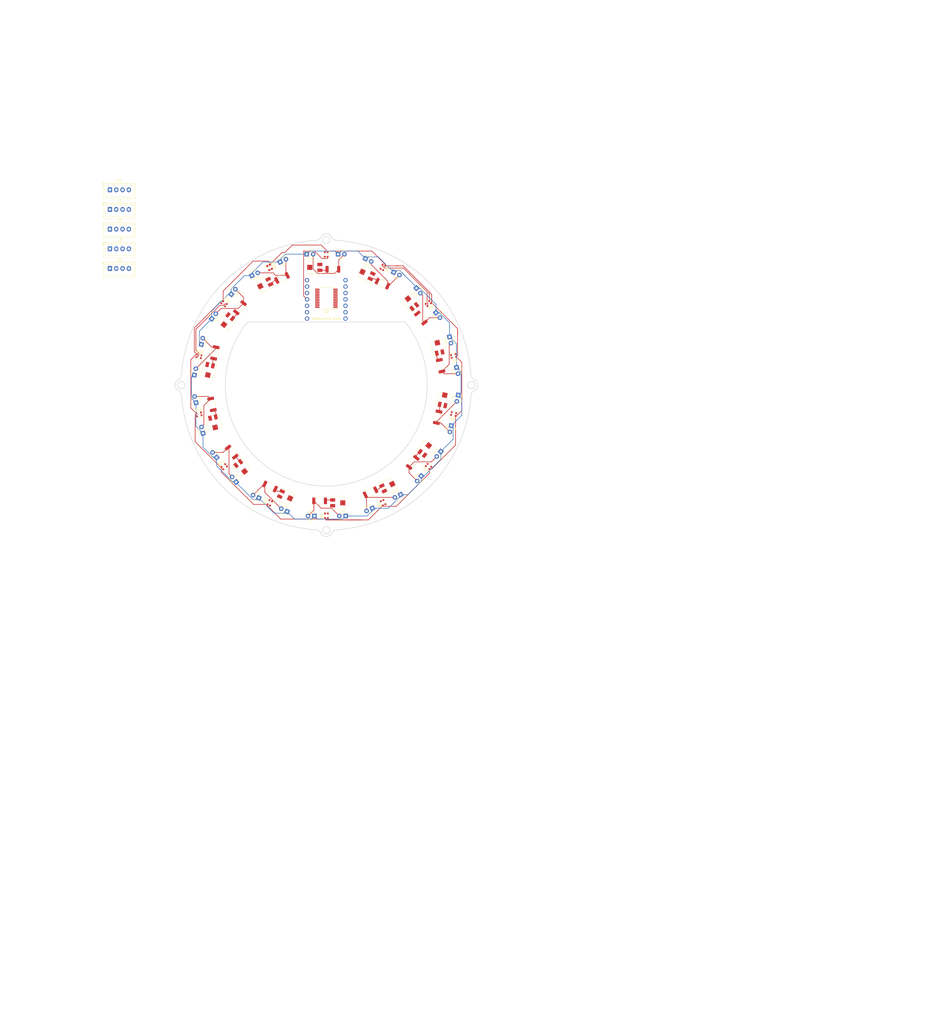
<source format=kicad_pcb>
(kicad_pcb (version 20221018) (generator pcbnew)
  (layers (0 "F.Cu" signal) (31 "B.Cu" signal) (34 "B.Paste" user) (35 "F.Paste" user) (36 "B.SilkS" user "B.Silkscreen") (37 "F.SilkS" user "F.Silkscreen") (38 "B.Mask" user) (39 "F.Mask" user) (44 "Edge.Cuts" user))
  (net 0 "")
  (net 1 "+5V")
  (net 2 "Net-(D1-DOUT)")
  (net 3 "GND")
  (net 4 "Net-(D1-DIN)")
  (net 5 "NEO")
  (net 6 "Net-(D3-DOUT)")
  (net 7 "Net-(D4-DOUT)")
  (net 8 "Net-(D5-DOUT)")
  (net 9 "Net-(D6-DOUT)")
  (net 10 "Net-(D7-DOUT)")
  (net 11 "Net-(D8-DOUT)")
  (net 12 "Net-(D10-DIN)")
  (net 13 "Net-(D10-DOUT)")
  (net 14 "Net-(D11-DOUT)")
  (net 15 "Net-(D12-DOUT)")
  (net 16 "Net-(D13-DOUT)")
  (net 17 "Net-(D14-DOUT)")
  (net 18 "Net-(D15-DOUT)")
  (net 20 "/TX")
  (net 21 "/RX")
  (net 22 "+3.3V")
  (net 23 "/Sensor_Left")
  (net 24 "/Sensor_Right")
  (net 25 "/Sensor_Back")
  (net 26 "/0")
  (net 27 "/1")
  (net 28 "/2")
  (net 29 "/3")
  (net 30 "/4")
  (net 31 "/5")
  (net 32 "/6")
  (net 33 "/7")
  (net 34 "/13")
  (net 35 "/12")
  (net 36 "/11")
  (net 37 "/10")
  (net 38 "/9")
  (net 39 "/8")
  (net 40 "Net-(R1-Pad2)")
  (net 41 "Net-(R2-Pad2)")
  (net 42 "Net-(R3-Pad2)")
  (net 43 "Net-(R4-Pad2)")
  (net 44 "Net-(R5-Pad2)")
  (net 45 "Net-(R6-Pad2)")
  (net 46 "Net-(R7-Pad2)")
  (net 47 "Net-(R8-Pad2)")
  (net 48 "Net-(R11-Pad2)")
  (net 49 "Net-(R12-Pad2)")
  (net 50 "Net-(R13-Pad2)")
  (net 51 "Net-(R14-Pad2)")
  (net 52 "Net-(R15-Pad2)")
  (net 53 "Net-(R16-Pad2)")
  (net 68 "/Data")
  (net 69 "/S0")
  (net 70 "/S1")
  (net 71 "/S2")
  (net 72 "/S3")
  (net 73 "/E")
  (footprint "Resistor_SMD:R_2010_5025Metric" (layer "F.Cu") (at 261.276072 79.21163 128.58)
    (fp_text reference "R12" hide)
    (fp_text value "1K")
  )
  (footprint "LED_THT:LED_D3.0mm_Clear" (layer "F.Cu") (at 205.49361 57.00672 25.71)
    (fp_text reference "Q4" hide)
    (fp_text value "Q_Photo_NPN" hide)
  )
  (footprint "LED_THT:LED_D3.0mm_Clear" (layer "F.Cu") (at 273.320563 121.860315 -102.84)
    (fp_text reference "Q27" hide)
    (fp_text value "Q_Photo_NPN")
  )
  (footprint "Resistor_SMD:R_2010_5025Metric" (layer "F.Cu") (at 258.029024 136.407377 51.45)
    (fp_text reference "R15" hide)
    (fp_text value "1K")
  )
  (footprint "Connector_JST:JST_XH_B4B-XH-A_1x04_P2.50mm_Vertical" (layer "F.Cu") (at 138.05 59.58)
    (fp_text reference "J4")
    (fp_text value "Sensor_Back")
  )
  (footprint "LED_THT:LED_D3.0mm_Clear" (layer "F.Cu") (at 194.298668 62.396888 25.71)
    (fp_text reference "Q3" hide)
    (fp_text value "Q_Photo_NPN" hide)
  )
  (footprint "Connector_JST:JST_XH_B4B-XH-A_1x04_P2.50mm_Vertical" (layer "F.Cu") (at 138.05 51.78)
    (fp_text reference "J3")
    (fp_text value "Sensor_Right")
  )
  (footprint "LED_THT:LED_D3.0mm_Clear" (layer "F.Cu") (at 186.148608 69.769074 51.42)
    (fp_text reference "Q5" hide)
    (fp_text value "Q_Photo_NPN" hide)
  )
  (footprint "Resistor_SMD:R_2010_5025Metric" (layer "F.Cu") (at 179.645677 93.004838 -102.87)
    (fp_text reference "R4" hide)
    (fp_text value "1K")
  )
  (footprint "LED_THT:LED_D3.0mm_Clear" (layer "F.Cu") (at 228.46 53.9)
    (fp_text reference "Q2" hide)
    (fp_text value "Q_Photo_NPN" hide)
  )
  (footprint "Connector_JST:JST_XH_B4B-XH-A_1x04_P2.50mm_Vertical" (layer "F.Cu") (at 138.05 28.38)
    (fp_text reference "D1")
    (fp_text value "WS2812B")
  )
  (footprint "LED_THT:LED_D3.0mm_Clear" (layer "F.Cu") (at 180.301237 134.443267 128.55)
    (fp_text reference "Q12" hide)
    (fp_text value "Q_Photo_NPN")
  )
  (footprint "LED_SMD:LED_WS2812B-2020_PLCC4_2.0x2.0mm" (layer "F.Cu") (at 173.301374 94.329184 -12.81)
    (fp_text reference "D13")
    (fp_text value "WS2812B")
  )
  (footprint "Potentiometer_SMD:Potentiometer_Vishay_TS53YJ_Vertical" (layer "F.Cu") (at 257.407541 73.119363 -51.42)
    (fp_text reference "RV12" hide)
    (fp_text value "R_Potentiometer_Trim_US")
  )
  (footprint "Connector_JST:JST_XH_B4B-XH-A_1x04_P2.50mm_Vertical" (layer "F.Cu") (at 138.05 36.18)
    (fp_text reference "J1")
    (fp_text value "Serial")
  )
  (footprint "Connector_JST:JST_XH_B4B-XH-A_1x04_P2.50mm_Vertical" (layer "F.Cu") (at 138.05 43.98)
    (fp_text reference "J2")
    (fp_text value "Sensor_Left")
  )
  (footprint "Resistor_SMD:R_2010_5025Metric" (layer "F.Cu") (at 221.143368 151.645024 -0.03)
    (fp_text reference "R8" hide)
    (fp_text value "1K")
  )
  (footprint "LED_THT:LED_D3.0mm_Clear" (layer "F.Cu") (at 208.235604 155.864398 154.26)
    (fp_text reference "Q13" hide)
    (fp_text value "Q_Photo_NPN")
  )
  (footprint "LED_SMD:LED_WS2812B-2020_PLCC4_2.0x2.0mm" (layer "F.Cu") (at 246.294181 152.385515 115.74)
    (fp_text reference "D8")
    (fp_text value "WS2812B")
  )
  (footprint "LED_SMD:LED_WS2812B-2020_PLCC4_2.0x2.0mm" (layer "F.Cu") (at 274.238991 94.210634 -167.13)
    (fp_text reference "D5")
    (fp_text value "WS2812B")
  )
  (footprint "LED_SMD:LED_WS2812B-2020_PLCC4_2.0x2.0mm" (layer "F.Cu") (at 201.382758 152.438263 64.32)
    (fp_text reference "D10")
    (fp_text value "WS2812B")
  )
  (footprint "LED_SMD:LED_WS2812B-2020_PLCC4_2.0x2.0mm" (layer "F.Cu") (at 223.75 54.01 -90)
    (fp_text reference "D2" hide)
    (fp_text value "WS2812B")
  )
  (footprint "LED_THT:LED_D3.0mm_Clear" (layer "F.Cu") (at 216.035 53.9)
    (fp_text reference "Q1" hide)
    (fp_text value "Q_Photo_NPN")
  )
  (footprint "LED_SMD:LED_WS2812B-2020_PLCC4_2.0x2.0mm" (layer "F.Cu") (at 274.260013 117.243646 167.16)
    (fp_text reference "D6")
    (fp_text value "WS2812B")
  )
  (footprint "LED_THT:LED_D3.0mm_Clear" (layer "F.Cu") (at 171.487712 101.773009 77.13)
    (fp_text reference "Q8" hide)
    (fp_text value "Q_Photo_NPN")
  )
  (footprint "LED_SMD:LED_WS2812B-2020_PLCC4_2.0x2.0mm" (layer "F.Cu") (at 223.844488 157.536375 90.03)
    (fp_text reference "D9")
    (fp_text value "WS2812B")
  )
  (footprint "LED_SMD:LED_WS2812B-2020_PLCC4_2.0x2.0mm" (layer "F.Cu") (at 183.297411 73.519658 -38.58)
    (fp_text reference "D14")
    (fp_text value "WS2812B")
  )
  (footprint "LED_SMD:LED_WS2812B-2020_PLCC4_2.0x2.0mm" (layer "F.Cu") (at 264.227953 73.46698 -141.42)
    (fp_text reference "D4")
    (fp_text value "WS2812B" hide)
  )
  (footprint "Resistor_SMD:R_2010_5025Metric" (layer "F.Cu") (at 178.476158 113.416682 -77.16)
    (fp_text reference "R5" hide)
    (fp_text value "1K")
  )
  (footprint "LED_THT:LED_D3.0mm_Clear" (layer "F.Cu") (at 272.62779 86.664949 -77.13)
    (fp_text reference "Q26" hide)
    (fp_text value "Q_Photo_NPN")
  )
  (footprint "Resistor_SMD:R_2010_5025Metric" (layer "F.Cu") (at 189.554407 75.121096 -128.58)
    (fp_text reference "R3" hide)
    (fp_text value "1K")
  )
  (footprint "LED_THT:LED_D3.0mm_Clear" (layer "F.Cu") (at 231.505225 157.650451 179.97)
    (fp_text reference "Q15" hide)
    (fp_text value "Q_Photo_NPN" hide)
  )
  (footprint "Potentiometer_SMD:Potentiometer_Vishay_TS53YJ_Vertical" (layer "F.Cu") (at 228.31796 152.423781 179.97)
    (fp_text reference "RV8" hide)
    (fp_text value "R_Potentiometer_Trim_US" hide)
  )
  (footprint "Potentiometer_SMD:Potentiometer_Vishay_TS53YJ_Vertical" (layer "F.Cu") (at 263.106565 131.279043 -128.55)
    (fp_text reference "RV15" hide)
    (fp_text value "R_Potentiometer_Trim_US")
  )
  (footprint "Potentiometer_SMD:Potentiometer_Vishay_TS53YJ_Vertical" (layer "F.Cu") (at 248.106858 145.838396 -154.32)
    (fp_text reference "RV16" hide)
    (fp_text value "R_Potentiometer_Trim_US")
  )
  (footprint "Resistor_SMD:R_2010_5025Metric" (layer "F.Cu") (at 241.304704 148.24919 25.68)
    (fp_text reference "R16" hide)
    (fp_text value "1K")
  )
  (footprint "LED_THT:LED_D3.0mm_Clear" (layer "F.Cu") (at 188.044464 144.16042 128.55)
    (fp_text reference "Q11" hide)
    (fp_text value "Q_Photo_NPN")
  )
  (footprint "Resistor_SMD:R_2010_5025Metric" (layer "F.Cu") (at 186.277412 132.315137 -51.45)
    (fp_text reference "R6" hide)
    (fp_text value "1K")
  )
  (footprint "Resistor_SMD:R_2010_5025Metric" (layer "F.Cu") (at 201.50481 145.958358 -25.74)
    (fp_text reference "R7" hide)
    (fp_text value "1K")
  )
  (footprint "Potentiometer_SMD:Potentiometer_Vishay_TS53YJ_Vertical" (layer "F.Cu") (at 177.29199 99.826963 77.13)
    (fp_text reference "RV4" hide)
    (fp_text value "R_Potentiometer_Trim_US")
  )
  (footprint "Resistor_SMD:R_2010_5025Metric" (layer "F.Cu") (at 267.928388 118.51845 77.16)
    (fp_text reference "R14" hide)
    (fp_text value "1K")
  )
  (footprint "LED_SMD:LED_WS2812B-2020_PLCC4_2.0x2.0mm" (layer "F.Cu") (at 246.209058 59.119872 -115.71)
    (fp_text reference "D3")
    (fp_text value "WS2812B")
  )
  (footprint "LED_THT:LED_D3.0mm_Clear" (layer "F.Cu") (at 174.255253 89.66015 77.13)
    (fp_text reference "Q7" hide)
    (fp_text value "Q_Photo_NPN" hide)
  )
  (footprint "Seeeduino_Xiao:seeeduinoXIAO" (layer "F.Cu") (at 223.78 71.82)
    (fp_text reference "U1" hide)
    (fp_text value "Seeeduino_Xiao")
  )
  (footprint "LED_THT:LED_D3.0mm_Clear" (layer "F.Cu") (at 250.500494 61.064037 -25.71)
    (fp_text reference "Q21" hide)
    (fp_text value "Q_Photo_NPN")
  )
  (footprint "Potentiometer_SMD:Potentiometer_Vishay_TS53YJ_Vertical" (layer "F.Cu") (at 268.244593 90.938625 -77.13)
    (fp_text reference "RV13" hide)
    (fp_text value "R_Potentiometer_Trim_US")
  )
  (footprint "LED_THT:LED_D3.0mm_Clear" (layer "F.Cu") (at 267.251132 77.08037 -51.42)
    (fp_text reference "Q23" hide)
    (fp_text value "Q_Photo_NPN")
  )
  (footprint "LED_THT:LED_D3.0mm_Clear" (layer "F.Cu") (at 269.153321 132.087988 -128.61)
    (fp_text reference "Q29" hide)
    (fp_text value "Q_Photo_NPN")
  )
  (footprint "Potentiometer_SMD:Potentiometer_Vishay_TS53YJ_Vertical" (layer "F.Cu") (at 219.225 59.125)
    (fp_text reference "RV1" hide)
    (fp_text value "R_Potentiometer_Trim_US")
  )
  (footprint "LED_THT:LED_D3.0mm_Clear" (layer "F.Cu") (at 259.502817 67.367273 -51.42)
    (fp_text reference "Q24" hide)
    (fp_text value "Q_Photo_NPN")
  )
  (footprint "Resistor_SMD:R_2010_5025Metric" (layer "F.Cu") (at 246.041533 65.576383 154.29)
    (fp_text reference "R11" hide)
    (fp_text value "1K")
  )
  (footprint "LED_THT:LED_D3.0mm_Clear" (layer "F.Cu") (at 253.246003 149.164945 -154.32)
    (fp_text reference "Q32" hide)
    (fp_text value "Q_Photo_NPN")
  )
  (footprint "LED_THT:LED_D3.0mm_Clear" (layer "F.Cu") (at 276.08176 109.746008 -102.84)
    (fp_text reference "Q28" hide)
    (fp_text value "Q_Photo_NPN")
  )
  (footprint "LED_THT:LED_D3.0mm_Clear" (layer "F.Cu") (at 275.395332 98.777808 -77.13)
    (fp_text reference "Q25" hide)
    (fp_text value "Q_Photo_NPN")
  )
  (footprint "LED_THT:LED_D3.0mm_Clear" (layer "F.Cu") (at 174.929597 124.855874 102.84)
    (fp_text reference "Q10" hide)
    (fp_text value "Q_Photo_NPN")
  )
  (footprint "LED_SMD:LED_WS2812B-2020_PLCC4_2.0x2.0mm" (layer "F.Cu") (at 201.297613 59.149105 -64.29)
    (fp_text reference "D15")
    (fp_text value "WS2812B")
  )
  (footprint "LED_SMD:LED_WS2812B-2020_PLCC4_2.0x2.0mm" (layer "F.Cu") (at 264.286857 138.00554 141.45)
    (fp_text reference "D7")
    (fp_text value "WS2812B")
  )
  (footprint "LED_SMD:LED_WS2812B-2020_PLCC4_2.0x2.0mm" (layer "F.Cu") (at 201.297613 59.149105 -64.29)
    (fp_text reference "D16")
    (fp_text value "WS2812B")
  )
  (footprint "Package_SO:SSOP-24_5.3x8.2mm_P0.65mm" (layer "F.Cu") (at 223.825 71.375 180)
    (fp_text reference "U2")
    (fp_text value "CD74HC4067SM")
  )
  (footprint "Resistor_SMD:R_2010_5025Metric" (layer "F.Cu") (at 226.4 59.9 180)
    (fp_text reference "R1" hide)
    (fp_text value "1K")
  )
  (footprint "LED_SMD:LED_WS2812B-2020_PLCC4_2.0x2.0mm" (layer "F.Cu") (at 173.334456 117.362182 12.9)
    (fp_text reference "D12")
    (fp_text value "WS2812B")
  )
  (footprint "LED_THT:LED_D3.0mm_Clear" (layer "F.Cu") (at 219.080226 157.643944 179.97)
    (fp_text reference "Q16" hide)
    (fp_text value "Q_Photo_NPN")
  )
  (footprint "Resistor_SMD:R_2010_5025Metric" (layer "F.Cu") (at 206.240445 63.30639 -154.29)
    (fp_text reference "R2" hide)
    (fp_text value "1K")
  )
  (footprint "LED_THT:LED_D3.0mm_Clear" (layer "F.Cu") (at 178.400293 79.482171 51.42)
    (fp_text reference "Q6" hide)
    (fp_text value "Q_Photo_NPN" hide)
  )
  (footprint "Potentiometer_SMD:Potentiometer_Vishay_TS53YJ_Vertical" (layer "F.Cu") (at 270.278504 111.695094 -102.84)
    (fp_text reference "RV14" hide)
    (fp_text value "R_Potentiometer_Trim_US")
  )
  (footprint "LED_THT:LED_D3.0mm_Clear" (layer "F.Cu") (at 197.043486 150.468368 154.26)
    (fp_text reference "Q14" hide)
    (fp_text value "Q_Photo_NPN")
  )
  (footprint "LED_THT:LED_D3.0mm_Clear" (layer "F.Cu") (at 239.305552 55.673869 -25.71)
    (fp_text reference "Q22" hide)
    (fp_text value "Q_Photo_NPN")
  )
  (footprint "Potentiometer_SMD:Potentiometer_Vishay_TS53YJ_Vertical" (layer "F.Cu") (at 239.913056 61.765475 -25.71)
    (fp_text reference "RV11" hide)
    (fp_text value "R_Potentiometer_Trim_US")
  )
  (footprint "Potentiometer_SMD:Potentiometer_Vishay_TS53YJ_Vertical" (layer "F.Cu") (at 179.315032 120.584493 102.84)
    (fp_text reference "RV5" hide)
    (fp_text value "R_Potentiometer_Trim_US")
  )
  (footprint "LED_THT:LED_D3.0mm_Clear" (layer "F.Cu") (at 261.399922 141.797026 -128.61)
    (fp_text reference "Q30" hide)
    (fp_text value "Q_Photo_NPN" hide)
  )
  (footprint "LED_THT:LED_D3.0mm_Clear" (layer "F.Cu") (at 242.04824 154.54925 -154.32)
    (fp_text reference "Q31" hide)
    (fp_text value "Q_Photo_NPN" hide)
  )
  (footprint "Potentiometer_SMD:Potentiometer_Vishay_TS53YJ_Vertical" (layer "F.Cu") (at 199.439553 65.720746 25.71)
    (fp_text reference "RV2" hide)
    (fp_text value "R_Potentiometer_Trim_US")
  )
  (footprint "Potentiometer_SMD:Potentiometer_Vishay_TS53YJ_Vertical" (layer "F.Cu") (at 184.474182 80.246772 51.42)
    (fp_text reference "RV3" hide)
    (fp_text value "R_Potentiometer_Trim_US")
  )
  (footprint "Potentiometer_SMD:Potentiometer_Vishay_TS53YJ_Vertical" (layer "F.Cu") (at 207.631289 149.772474 154.26)
    (fp_text reference "RV7" hide)
    (fp_text value "R_Potentiometer_Trim_US")
  )
  (footprint "LED_SMD:LED_WS2812B-2020_PLCC4_2.0x2.0mm" (layer "F.Cu") (at 183.356354 138.100592 38.61)
    (fp_text reference "D11")
    (fp_text value "WS2812B")
  )
  (footprint "Potentiometer_SMD:Potentiometer_Vishay_TS53YJ_Vertical" (layer "F.Cu") (at 190.142752 138.409427 128.55)
    (fp_text reference "RV6" hide)
    (fp_text value "R_Potentiometer_Trim_US")
  )
  (footprint "LED_THT:LED_D3.0mm_Clear" (layer "F.Cu") (at 172.168399 112.741568 102.84)
    (fp_text reference "Q9" hide)
    (fp_text value "Q_Photo_NPN")
  )
  (footprint "Resistor_SMD:R_2010_5025Metric" (layer "F.Cu") (at 269.087219 98.105997 102.87)
    (fp_text reference "R13" hide)
    (fp_text value "1K")
  )
  (gr_arc (start 227.744138 48.409754) (mid 226.741134 48.057267) (end 226.06047 47.240591) (stroke (width 0.2)) (layer "Edge.Cuts"))
  (gr_circle (center 281.283694 105.7732) (end 282.733694 105.7732) (stroke (width 0.2)) (fill none) (layer "Edge.Cuts"))
  (gr_arc (start 282.316302 103.496423) (mid 281.499627 102.815758) (end 281.147139 101.812755) (stroke (width 0.2)) (layer "Edge.Cuts"))
  (gr_arc (start 282.316302 103.496423) (mid 283.783692 105.7732) (end 282.316302 108.049977) (stroke (width 0.2)) (layer "Edge.Cuts"))
  (gr_circle (center 166.283692 105.7732) (end 167.733692 105.7732) (stroke (width 0.2)) (fill none) (layer "Edge.Cuts"))
  (gr_arc (start 166.420247 101.812753) (mid 166.06776 102.815757) (end 165.251083 103.496421) (stroke (width 0.2)) (layer "Edge.Cuts"))
  (gr_arc (start 219.823246 163.136646) (mid 183.125053 146.43184) (end 166.420247 109.733647) (stroke (width 0.2)) (layer "Edge.Cuts"))
  (gr_arc (start 219.823246 163.136646) (mid 220.82625 163.489133) (end 221.506914 164.30581) (stroke (width 0.2)) (layer "Edge.Cuts"))
  (gr_arc (start 226.060472 164.30581) (mid 223.783693 165.773202) (end 221.506914 164.30581) (stroke (width 0.2)) (layer "Edge.Cuts"))
  (gr_arc (start 227.744138 48.409754) (mid 264.442333 65.11456) (end 281.147139 101.812755) (stroke (width 0.2)) (layer "Edge.Cuts"))
  (gr_arc (start 281.147139 109.733645) (mid 264.442334 146.43184) (end 227.74414 163.136646) (stroke (width 0.2)) (layer "Edge.Cuts"))
  (gr_arc (start 165.251083 108.049979) (mid 163.783691 105.7732) (end 165.251083 103.496421) (stroke (width 0.2)) (layer "Edge.Cuts"))
  (gr_arc (start 221.506916 47.240591) (mid 223.783693 45.7732) (end 226.06047 47.240591) (stroke (width 0.2)) (layer "Edge.Cuts"))
  (gr_line (start 192.558702 80.7732) (end 255.008684 80.7732) (stroke (width 0.2)) (layer "Edge.Cuts"))
  (gr_arc (start 165.251083 108.049979) (mid 166.06776 108.730643) (end 166.420247 109.733647) (stroke (width 0.2)) (layer "Edge.Cuts"))
  (gr_arc (start 255.008684 80.7732) (mid 223.783693 145.773201) (end 192.558702 80.7732) (stroke (width 0.2)) (layer "Edge.Cuts"))
  (gr_circle (center 223.783693 48.273199) (end 225.233693 48.273199) (stroke (width 0.2)) (fill none) (layer "Edge.Cuts"))
  (gr_arc (start 281.147139 109.733645) (mid 281.499626 108.730641) (end 282.316302 108.049977) (stroke (width 0.2)) (layer "Edge.Cuts"))
  (gr_arc (start 166.420247 101.812753) (mid 183.125053 65.114559) (end 219.823248 48.409754) (stroke (width 0.2)) (layer "Edge.Cuts"))
  (gr_arc (start 226.060472 164.30581) (mid 226.741137 163.489136) (end 227.74414 163.136646) (stroke (width 0.2)) (layer "Edge.Cuts"))
  (gr_circle (center 223.783693 163.273201) (end 225.233693 163.273201) (stroke (width 0.2)) (fill none) (layer "Edge.Cuts"))
  (gr_arc (start 221.506916 47.240591) (mid 220.826252 48.057267) (end 219.823248 48.409754) (stroke (width 0.2)) (layer "Edge.Cuts"))
  (segment (start 246.529504 153.781957) (end 246.196129 153.448582) (width 0.25) (layer "F.Cu") (net 1))
  (segment (start 200.825 56.65) (end 194.775 56.65) (width 0.25) (layer "F.Cu") (net 1))
  (segment (start 275.785395 83.735395) (end 275.785395 85.95) (width 0.25) (layer "F.Cu") (net 1))
  (segment (start 172.319762 117.030337) (end 170.084856 114.795431) (width 0.25) (layer "F.Cu") (net 1))
  (segment (start 170.084856 114.795431) (end 170.084856 95.72277) (width 0.25) (layer "F.Cu") (net 1))
  (segment (start 251.5 58.534055) (end 252.536347 58.534055) (width 0.25) (layer "F.Cu") (net 1))
  (segment (start 182.298154 138.24179) (end 182.163709 138.376235) (width 0.25) (layer "F.Cu") (net 1))
  (segment (start 277.484261 115.887855) (end 275.388883 117.983233) (width 0.25) (layer "F.Cu") (net 1))
  (segment (start 224.3 53.095) (end 224.72 52.675) (width 0.25) (layer "F.Cu") (net 1))
  (segment (start 251.5 58.534055) (end 254.259055 58.534055) (width 0.25) (layer "F.Cu") (net 1))
  (segment (start 201.396222 57.221222) (end 200.825 56.65) (width 0.25) (layer "F.Cu") (net 1))
  (segment (start 182.298154 138.24179) (end 181.850246 138.24179) (width 0.25) (layer "F.Cu") (net 1))
  (segment (start 182.163709 138.376235) (end 182.163709 140.238709) (width 0.25) (layer "F.Cu") (net 1))
  (segment (start 265.733947 73.326336) (end 275.785395 83.377784) (width 0.25) (layer "F.Cu") (net 1))
  (segment (start 240.473468 159.171244) (end 223.664548 159.171244) (width 0.25) (layer "F.Cu") (net 1))
  (segment (start 224.3 52.845) (end 221.747978 50.292978) (width 0.25) (layer "F.Cu") (net 1))
  (segment (start 223.344992 158.846637) (end 223.344992 158.496637) (width 0.25) (layer "F.Cu") (net 1))
  (segment (start 275.785395 93.425) (end 275.785395 93.98509) (width 0.25) (layer "F.Cu") (net 1))
  (segment (start 265.535276 69.810276) (end 265.535276 73.077287) (width 0.25) (layer "F.Cu") (net 1))
  (segment (start 237.6 159.171244) (end 223.669599 159.171244) (width 0.25) (layer "F.Cu") (net 1))
  (segment (start 277.484261 114.825) (end 277.484261 115.887855) (width 0.25) (layer "F.Cu") (net 1))
  (segment (start 277.484261 96.773759) (end 277.484261 100.625) (width 0.25) (layer "F.Cu") (net 1))
  (segment (start 221.747978 50.292978) (end 210.282022 50.292978) (width 0.25) (layer "F.Cu") (net 1))
  (segment (start 247.076022 57.895403) (end 247.076022 58.025) (width 0.25) (layer "F.Cu") (net 1))
  (segment (start 171.5 83.111314) (end 182.092213 72.519102) (width 0.25) (layer "F.Cu") (net 1))
  (segment (start 207.246344 53.328656) (end 206.153656 53.328656) (width 0.25) (layer "F.Cu") (net 1))
  (segment (start 246.575267 153.781957) (end 246.260712 153.467402) (width 0.25) (layer "F.Cu") (net 1))
  (segment (start 182.163709 138.439425) (end 182.294192 138.308942) (width 0.25) (layer "F.Cu") (net 1))
  (segment (start 275.029907 117.983233) (end 275.029907 129.523287) (width 0.25) (layer "F.Cu") (net 1))
  (segment (start 172.217625 93.590001) (end 172.531093 93.590001) (width 0.25) (layer "F.Cu") (net 1))
  (segment (start 206.153656 53.328656) (end 201.396222 58.08609) (width 0.25) (layer "F.Cu") (net 1))
  (segment (start 265.914097 138.639097) (end 265.547293 139.005901) (width 0.25) (layer "F.Cu") (net 1))
  (segment (start 200.490572 153.600355) (end 200.490572 153.024547) (width 0.25) (layer "F.Cu") (net 1))
  (segment (start 265.539273 73.010137) (end 265.290224 73.259186) (width 0.25) (layer "F.Cu") (net 1))
  (segment (start 223.294967 158.801663) (end 223.294967 158.451663) (width 0.25) (layer "F.Cu") (net 1))
  (segment (start 181.850246 138.24179) (end 171.821033 128.212577) (width 0.25) (layer "F.Cu") (net 1))
  (segment (start 265.535276 73.077287) (end 265.535276 71.532984) (width 0.25) (layer "F.Cu") (net 1))
  (segment (start 265.290224 73.259186) (end 265.309186 73.259186) (width 0.25) (layer "F.Cu") (net 1))
  (segment (start 247.101551 58.534055) (end 247.101551 57.920931) (width 0.25) (layer "F.Cu") (net 1))
  (segment (start 265.914097 138.639097) (end 265.547292 139.005901) (width 0.25) (layer "F.Cu") (net 1))
  (segment (start 247.101551 58.534055) (end 247.101551 58.050529) (width 0.25) (layer "F.Cu") (net 1))
  (segment (start 275.253511 94.54301) (end 277.484261 96.773759) (width 0.25) (layer "F.Cu") (net 1))
  (segment (start 224.3 53.095) (end 224.3 52.845) (width 0.25) (layer "F.Cu") (net 1))
  (segment (start 265.286227 73.326336) (end 265.733947 73.326336) (width 0.25) (layer "F.Cu") (net 1))
  (segment (start 275.785395 83.377784) (end 275.785395 85.95) (width 0.25) (layer "F.Cu") (net 1))
  (segment (start 223.669599 159.171244) (end 223.344992 158.846637) (width 0.25) (layer "F.Cu") (net 1))
  (segment (start 265.535276 73.077287) (end 265.286227 73.326336) (width 0.25) (layer "F.Cu") (net 1))
  (segment (start 247.101551 58.534055) (end 251.5 58.534055) (width 0.25) (layer "F.Cu") (net 1))
  (segment (start 172.531093 93.590001) (end 171.5 92.558908) (width 0.25) (layer "F.Cu") (net 1))
  (segment (start 241.855619 52.675) (end 246.61531 57.43469) (width 0.25) (layer "F.Cu") (net 1))
  (segment (start 222.877215 158.869415) (end 205.759632 158.869415) (width 0.25) (layer "F.Cu") (net 1))
  (segment (start 182.092213 72.519102) (end 182.925104 72.519102) (width 0.25) (layer "F.Cu") (net 1))
  (segment (start 247.101551 58.050529) (end 247.076022 58.025) (width 0.25) (layer "F.Cu") (net 1))
  (segment (start 223.294967 158.451663) (end 222.877215 158.869415) (width 0.25) (layer "F.Cu") (net 1))
  (segment (start 246.196129 153.448582) (end 240.473468 159.171244) (width 0.25) (layer "F.Cu") (net 1))
  (segment (start 247.076022 58.025) (end 247.076022 58.471819) (width 0.25) (layer "F.Cu") (net 1))
  (segment (start 171.821033 117.529066) (end 172.319762 117.030337) (width 0.25) (layer "F.Cu") (net 1))
  (segment (start 171.821033 128.212577) (end 171.821033 117.529066) (width 0.25) (layer "F.Cu") (net 1))
  (segment (start 205.759632 158.869415) (end 200.490572 153.600355) (width 0.25) (layer "F.Cu") (net 1))
  (segment (start 277.484261 100.625) (end 277.484261 114.825) (width 0.25) (layer "F.Cu") (net 1))
  (segment (start 170.084856 95.72277) (end 172.217625 93.590001) (width 0.25) (layer "F.Cu") (net 1))
  (segment (start 171.5 92.558908) (end 171.5 83.111314) (width 0.25) (layer "F.Cu") (net 1))
  (segment (start 210.282022 50.292978) (end 207.246344 53.328656) (width 0.25) (layer "F.Cu") (net 1))
  (segment (start 275.388883 117.983233) (end 275.029907 117.983233) (width 0.25) (layer "F.Cu") (net 1))
  (segment (start 246.61531 57.43469) (end 247.076022 57.895403) (width 0.25) (layer "F.Cu") (net 1))
  (segment (start 223.664548 159.171244) (end 223.294967 158.801663) (width 0.25) (layer "F.Cu") (net 1))
  (segment (start 275.029907 129.523287) (end 274.551597 130.001597) (width 0.25) (layer "F.Cu") (net 1))
  (segment (start 194.949547 153.024547) (end 200.490572 153.024547) (width 0.25) (layer "F.Cu") (net 1))
  (segment (start 254.259055 58.534055) (end 256.65 60.925) (width 0.25) (layer "F.Cu") (net 1))
  (segment (start 194.775 56.65) (end 182.925104 68.499896) (width 0.25) (layer "F.Cu") (net 1))
  (segment (start 264.659688 139.005901) (end 264.659688 140.669456) (width 0.25) (layer "F.Cu") (net 1))
  (segment (start 201.396222 58.08609) (end 201.396222 57.221222) (width 0.25) (layer "F.Cu") (net 1))
  (segment (start 223.344992 158.496637) (end 222.972214 158.869415) (width 0.25) (layer "F.Cu") (net 1))
  (segment (start 265.539273 71.536981) (end 265.539273 73.010137) (width 0.25) (layer "F.Cu") (net 1))
  (segment (start 264.659688 140.669456) (end 251.547187 153.781957) (width 0.25) (layer "F.Cu") (net 1))
  (segment (start 275.785395 93.98509) (end 275.286243 94.484242) (width 0.25) (layer "F.Cu") (net 1))
  (segment (start 182.925104 68.499896) (end 182.925104 72.519102) (width 0.25) (layer "F.Cu") (net 1))
  (segment (start 274.551597 130.001597) (end 265.914097 138.639097) (width 0.25) (layer "F.Cu") (net 1))
  (segment (start 275.785395 94.011126) (end 275.785395 93.425) (width 0.25) (layer "F.Cu") (net 1))
  (segment (start 247.101551 57.920931) (end 246.61531 57.43469) (width 0.25) (layer "F.Cu") (net 1))
  (segment (start 256.65 60.925) (end 265.535276 69.810276) (width 0.25) (layer "F.Cu") (net 1))
  (segment (start 224.72 52.675) (end 241.855619 52.675) (width 0.25) (layer "F.Cu") (net 1))
  (segment (start 265.547292 139.005901) (end 264.659688 139.005901) (width 0.25) (layer "F.Cu") (net 1))
  (segment (start 251.547187 153.781957) (end 246.529504 153.781957) (width 0.25) (layer "F.Cu") (net 1))
  (segment (start 275.785395 85.95) (end 275.785395 93.425) (width 0.25) (layer "F.Cu") (net 1))
  (segment (start 182.163709 140.238709) (end 194.949547 153.024547) (width 0.25) (layer "F.Cu") (net 1))
  (segment (start 275.253511 94.54301) (end 275.785395 94.011126) (width 0.25) (layer "F.Cu") (net 1))
  (segment (start 214.81 52.675) (end 214.81 70.47) (width 0.25) (layer "F.Cu") (net 5))
  (segment (start 219.1 52.675) (end 214.81 52.675) (width 0.25) (layer "F.Cu") (net 5))
  (segment (start 214.81 70.47) (end 216.16 71.82) (width 0.25) (layer "F.Cu") (net 5))
  (segment (start 224.3 55.525) (end 224.225 55.6) (width 0.25) (layer "F.Cu") (net 5))
  (segment (start 224.225 55.6) (end 222.025 55.6) (width 0.25) (layer "F.Cu") (net 5))
  (segment (start 222.025 55.6) (end 219.1 52.675) (width 0.25) (layer "F.Cu") (net 5))
  (segment (start 224.3 54.925) (end 224.3 55.525) (width 0.25) (layer "F.Cu") (net 5))
  (segment (start 263.75 73.181109) (end 263.98655 73.417659) (width 0.25) (layer "F.Cu") (net 6))
  (segment (start 263.98655 73.417659) (end 263.98655 74.336632) (width 0.25) (layer "F.Cu") (net 6))
  (segment (start 246.110449 58.056857) (end 246.110449 58.633273) (width 0.25) (layer "F.Cu") (net 6))
  (segment (start 263.98655 74.336632) (end 263.855646 74.467536) (width 0.25) (layer "F.Cu") (net 6))
  (segment (start 246.877176 59.4) (end 254.35 59.4) (width 0.25) (layer "F.Cu") (net 6))
  (segment (start 263.75 68.8) (end 263.75 73.181109) (width 0.25) (layer "F.Cu") (net 6))
  (segment (start 254.35 59.4) (end 263.75 68.8) (width 0.25) (layer "F.Cu") (net 6))
  (segment (start 246.110449 58.633273) (end 246.877176 59.4) (width 0.25) (layer "F.Cu") (net 6))
  (segment (start 264.60026 72.466424) (end 264.60026 69.511656) (width 0.25) (layer "F.Cu") (net 7))
  (segment (start 264.60026 69.511656) (end 264.2 69.111396) (width 0.25) (layer "F.Cu") (net 7))
  (segment (start 181.552513 74.195885) (end 182.987211 74.195885) (width 0.25) (layer "F.Cu") (net 16))
  (segment (start 183.522794 73.660302) (end 184.355685 73.660302) (width 0.25) (layer "F.Cu") (net 16))
  (segment (start 182.987211 74.195885) (end 183.522794 73.660302) (width 0.25) (layer "F.Cu") (net 16))
  (segment (start 172.287202 94.662622) (end 172.646135 94.662622) (width 0.25) (layer "F.Cu") (net 16))
  (segment (start 172.1 83.648398) (end 181.552513 74.195885) (width 0.25) (layer "F.Cu") (net 16))
  (segment (start 173.274983 93.124983) (end 172.1 91.95) (width 0.25) (layer "F.Cu") (net 16))
  (segment (start 173.274983 94.033774) (end 173.274983 93.124983) (width 0.25) (layer "F.Cu") (net 16))
  (segment (start 172.646135 94.662622) (end 173.274983 94.033774) (width 0.25) (layer "F.Cu") (net 16))
  (segment (start 172.1 91.95) (end 172.1 83.648398) (width 0.25) (layer "F.Cu") (net 16))
  (segment (start 242.04824 155.547887) (end 239.945676 157.650451) (width 0.25) (layer "B.Cu") (net 22))
  (segment (start 277.186091 100.568567) (end 275.395332 98.777808) (width 0.25) (layer "B.Cu") (net 22))
  (segment (start 220.310403 158.874121) (end 219.080226 157.643944) (width 0.25) (layer "B.Cu") (net 22))
  (segment (start 244.436077 54.99962) (end 239.979801 54.99962) (width 0.25) (layer "B.Cu") (net 22))
  (segment (start 216.035 53.9) (end 217.26 52.675) (width 0.25) (layer "B.Cu") (net 22))
  (segment (start 198.689947 57.00672) (end 205.49361 57.00672) (width 0.25) (layer "B.Cu") (net 22))
  (segment (start 207.601441 53.9) (end 205.49361 56.007831) (width 0.25) (layer "B.Cu") (net 22))
  (segment (start 207.561478 156.538524) (end 203.113642 156.538524) (width 0.25) (layer "B.Cu") (net 22))
  (segment (start 186.715575 144.16042) (end 180.301237 137.746082) (width 0.25) (layer "B.Cu") (net 22))
  (segment (start 253.246003 149.708932) (end 253.246003 149.164945) (width 0.25) (layer "B.Cu") (net 22))
  (segment (start 173.503761 88.908658) (end 173.503761 84.378703) (width 0.25) (layer "B.Cu") (net 22))
  (segment (start 230.281555 158.874121) (end 220.310403 158.874121) (width 0.25) (layer "B.Cu") (net 22))
  (segment (start 180.301237 137.746082) (end 180.301237 134.443267) (width 0.25) (layer "B.Cu") (net 22))
  (segment (start 261.399922 141.797026) (end 262.551684 141.797026) (width 0.25) (layer "B.Cu") (net 22))
  (segment (start 178.972348 134.443267) (end 174.929597 130.400516) (width 0.25) (layer "B.Cu") (net 22))
  (segment (start 272.62779 81.12627) (end 268.58189 77.08037) (width 0.25) (layer "B.Cu") (net 22))
  (segment (start 267.251132 77.08037) (end 267.251132 73.78483) (width 0.25) (layer "B.Cu") (net 22))
  (segment (start 184.997328 69.769074) (end 186.148608 69.769074) (width 0.25) (layer "B.Cu") (net 22))
  (segment (start 197.043486 150.468368) (end 196.36936 151.142494) (width 0.25) (layer "B.Cu") (net 22))
  (segment (start 253.5 60.975) (end 255.25 62.725) (width 0.25) (layer "B.Cu") (net 22))
  (segment (start 259.502817 67.367273) (end 259.502817 66.977817) (width 0.25) (layer "B.Cu") (net 22))
  (segment (start 253.246003 149.164945) (end 256.164199 149.164945) (width 0.25) (layer "B.Cu") (net 22))
  (segment (start 194.298668 62.396888) (end 194.298668 61.397999) (width 0.25) (layer "B.Cu") (net 22))
  (segment (start 229.685 52.675) (end 236.306683 52.675) (width 0.25) (layer "B.Cu") (net 22))
  (segment (start 205.49361 56.007831) (end 205.49361 57.00672) (width 0.25) (layer "B.Cu") (net 22))
  (segment (start 180.301237 134.443267) (end 178.972348 134.443267) (width 0.25) (layer "B.Cu") (net 22))
  (segment (start 250.500494 61.064037) (end 244.436077 54.99962) (width 0.25) (layer "B.Cu") (net 22))
  (segment (start 277.475 111.139248) (end 276.08176 109.746008) (width 0.25) (layer "B.Cu") (net 22))
  (segment (start 274.025 127.216309) (end 274.025 122.564752) (width 0.25) (layer "B.Cu") (net 22))
  (segment (start 275.395332 98.777808) (end 275.395332 89.432491) (width 0.25) (layer "B.Cu") (net 22))
  (segment (start 211.23882 158.867614) (end 208.235604 155.864398) (width 0.25) (layer "B.Cu") (net 22))
  (segment (start 231.505225 157.650451) (end 230.281555 158.874121) (width 0.25) (layer "B.Cu") (net 22))
  (segment (start 188.044464 144.16042) (end 186.715575 144.16042) (width 0.25) (layer "B.Cu") (net 22))
  (segment (start 186.148608 69.769074) (end 186.148608 67.635008) (width 0.25) (layer "B.Cu") (net 22))
  (segment (start 242.04824 154.54925) (end 242.04824 155.547887) (width 0.25) (layer "B.Cu") (net 22))
  (segment (start 174.255253 89.66015) (end 173.503761 88.908658) (width 0.25) (layer "B.Cu") (net 22))
  (segment (start 170.378937 110.952106) (end 170.378937 102.881784) (width 0.25) (layer "B.Cu") (net 22))
  (segment (start 208.235604 155.864398) (end 207.561478 156.538524) (width 0.25) (layer "B.Cu") (net 22))
  (segment (start 203.113642 156.538524) (end 197.043486 150.468368) (width 0.25) (layer "B.Cu") (net 22))
  (segment (start 269.153321 135.195389) (end 269.153321 132.087988) (width 0.25) (layer "B.Cu") (net 22))
  (segment (start 250.500494 61.064037) (end 251.174743 60.389788) (width 0.25) (layer "B.Cu") (net 22))
  (segment (start 188.044464 144.394464) (end 188.044464 144.16042) (width 0.25) (layer "B.Cu") (net 22))
  (segment (start 253.5 60.975) (end 259.502817 66.977817) (width 0.25) (layer "B.Cu") (net 22))
  (segment (start 170.378937 102.881784) (end 171.487712 101.773009) (width 0.25) (layer "B.Cu") (net 22))
  (segment (start 217.26 52.675) (end 227.235 52.675) (width 0.25) (layer "B.Cu") (net 22))
  (segment (start 228.46 53.9) (end 229.685 52.675) (width 0.25) (layer "B.Cu") (net 22))
  (segment (start 256.164199 149.164945) (end 261.399922 143.929222) (width 0.25) (layer "B.Cu") (net 22))
  (segment (start 172.168399 122.094676) (end 172.168399 112.741568) (width 0.25) (layer "B.Cu") (net 22))
  (segment (start 172.168399 112.741568) (end 170.378937 110.952106) (width 0.25) (layer "B.Cu") (net 22))
  (segment (start 274.025 122.564752) (end 273.320563 121.860315) (width 0.25) (layer "B.Cu") (net 22))
  (segment (start 272.62779 86.664949) (end 272.62779 81.12627) (width 0.25) (layer "B.Cu") (net 22))
  (segment (start 194.792494 151.142494) (end 188.044464 144.394464) (width 0.25) (layer "B.Cu") (net 22))
  (segment (start 194.298668 61.397999) (end 198.689947 57.00672) (width 0.25) (layer "B.Cu") (net 22))
  (segment (start 173.503761 84.378703) (end 178.400293 79.482171) (width 0.25) (layer "B.Cu") (net 22))
  (segment (start 174.929597 130.400516) (end 174.929597 124.855874) (width 0.25) (layer "B.Cu") (net 22))
  (segment (start 277.186091 108.641677) (end 277.186091 100.568567) (width 0.25) (layer "B.Cu") (net 22))
  (segment (start 227.235 52.675) (end 228.46 53.9) (width 0.25) (layer "B.Cu") (net 22))
  (segment (start 236.306683 52.675) (end 239.305552 55.673869) (width 0.25) (layer "B.Cu") (net 22))
  (segment (start 217.856556 158.867614) (end 211.23882 158.867614) (width 0.25) (layer "B.Cu") (net 22))
  (segment (start 275.395332 89.432491) (end 272.62779 86.664949) (width 0.25) (layer "B.Cu") (net 22))
  (segment (start 239.979801 54.99962) (end 239.305552 55.673869) (width 0.25) (layer "B.Cu") (net 22))
  (segment (start 239.945676 157.650451) (end 231.505225 157.650451) (width 0.25) (layer "B.Cu") (net 22))
  (segment (start 216.035 53.9) (end 207.601441 53.9) (width 0.25) (layer "B.Cu") (net 22))
  (segment (start 196.36936 151.142494) (end 194.792494 151.142494) (width 0.25) (layer "B.Cu") (net 22))
  (segment (start 260.833575 67.367273) (end 259.502817 67.367273) (width 0.25) (layer "B.Cu") (net 22))
  (segment (start 242.04824 154.54925) (end 248.405685 154.54925) (width 0.25) (layer "B.Cu") (net 22))
  (segment (start 262.551684 141.797026) (end 269.153321 135.195389) (width 0.25) (layer "B.Cu") (net 22))
  (segment (start 273.320563 121.860315) (end 277.475 117.705878) (width 0.25) (layer "B.Cu") (net 22))
  (segment (start 251.174743 60.389788) (end 252.914788 60.389788) (width 0.25) (layer "B.Cu") (net 22))
  (segment (start 219.080226 157.643944) (end 217.856556 158.867614) (width 0.25) (layer "B.Cu") (net 22))
  (segment (start 178.400293 79.482171) (end 178.400293 76.366109) (width 0.25) (layer "B.Cu") (net 22))
  (segment (start 191.386728 62.396888) (end 194.298668 62.396888) (width 0.25) (layer "B.Cu") (net 22))
  (segment (start 252.914788 60.389788) (end 253.5 60.975) (width 0.25) (layer "B.Cu") (net 22))
  (segment (start 174.929597 124.855874) (end 172.168399 122.094676) (width 0.25) (layer "B.Cu") (net 22))
  (segment (start 267.251132 73.78483) (end 260.833575 67.367273) (width 0.25) (layer "B.Cu") (net 22))
  (segment (start 248.405685 154.54925) (end 253.246003 149.708932) (width 0.25) (layer "B.Cu") (net 22))
  (segment (start 277.475 117.705878) (end 277.475 111.139248) (width 0.25) (layer "B.Cu") (net 22))
  (segment (start 268.58189 77.08037) (end 267.251132 77.08037) (width 0.25) (layer "B.Cu") (net 22))
  (segment (start 186.148608 67.635008) (end 191.386728 62.396888) (width 0.25) (layer "B.Cu") (net 22))
  (segment (start 276.08176 109.746008) (end 277.186091 108.641677) (width 0.25) (layer "B.Cu") (net 22))
  (segment (start 261.399922 143.929222) (end 261.399922 141.797026) (width 0.25) (layer "B.Cu") (net 22))
  (segment (start 269.153321 132.087988) (end 274.025 127.216309) (width 0.25) (layer "B.Cu") (net 22))
  (segment (start 178.400293 76.366109) (end 184.997328 69.769074) (width 0.25) (layer "B.Cu") (net 22))
  (segment (start 231 53.9) (end 228.7125 56.1875) (width 0.25) (layer "F.Cu") (net 26))
  (segment (start 228.7125 59.9) (end 227.0625 61.55) (width 0.25) (layer "F.Cu") (net 26))
  (segment (start 220.35 61.55) (end 218.575 59.775) (width 0.25) (layer "F.Cu") (net 26))
  (segment (start 218.575 59.775) (end 218.575 53.9) (width 0.25) (layer "F.Cu") (net 26))
  (segment (start 227.0625 61.55) (end 220.35 61.55) (width 0.25) (layer "F.Cu") (net 26))
  (segment (start 228.7125 56.1875) (end 228.7125 59.9) (width 0.25) (layer "F.Cu") (net 26))
  (segment (start 208.324011 62.30319) (end 203.683196 62.30319) (width 0.25) (layer "F.Cu") (net 27))
  (segment (start 207.782153 61.761332) (end 207.782153 55.904826) (width 0.25) (layer "F.Cu") (net 27))
  (segment (start 203.683196 62.30319) (end 202.675 61.294994) (width 0.25) (layer "F.Cu") (net 27))
  (segment (start 208.324011 62.30319) (end 207.782153 61.761332) (width 0.25) (layer "F.Cu") (net 27))
  (segment (start 202.675 61.294994) (end 196.587211 61.294994) (width 0.25) (layer "F.Cu") (net 27))
  (segment (start 182.090664 75.390146) (end 179.984254 77.496556) (width 0.25) (layer "F.Cu") (net 28))
  (segment (start 188.919678 75.390146) (end 182.090664 75.390146) (width 0.25) (layer "F.Cu") (net 28))
  (segment (start 190.996498 71.047388) (end 190.996498 73.313326) (width 0.25) (layer "F.Cu") (net 28))
  (segment (start 190.996498 73.313326) (end 188.919678 75.390146) (width 0.25) (layer "F.Cu") (net 28))
  (segment (start 187.732569 67.783459) (end 190.996498 71.047388) (width 0.25) (layer "F.Cu") (net 28))
  (segment (start 180.160763 91.189527) (end 172.053471 99.296819) (width 0.25) (layer "F.Cu") (net 29))
  (segment (start 180.160763 90.750433) (end 178.387485 90.750433) (width 0.25) (layer "F.Cu") (net 29))
  (segment (start 178.387485 90.750433) (end 174.821012 87.18396) (width 0.25) (layer "F.Cu") (net 29))
  (segment (start 180.160763 90.750433) (end 180.160763 91.189527) (width 0.25) (layer "F.Cu") (net 29))
  (segment (start 175.265135 121.479388) (end 174.365135 122.379388) (width 0.25) (layer "F.Cu") (net 30))
  (segment (start 177.962253 111.162007) (end 177.065328 110.265082) (width 0.25) (layer "F.Cu") (net 30))
  (segment (start 177.962253 111.162007) (end 175.265135 113.859125) (width 0.25) (layer "F.Cu") (net 30))
  (segment (start 177.065328 110.265082) (end 171.603937 110.265082) (width 0.25) (layer "F.Cu") (net 30))
  (segment (start 175.265135 113.859125) (end 175.265135 121.479388) (width 0.25) (layer "F.Cu") (net 30))
  (segment (start 184.836268 130.506613) (end 185.227492 130.897837) (width 0.25) (layer "F.Cu") (net 31))
  (segment (start 185.227492 130.897837) (end 185.227492 140.939925) (width 0.25) (layer "F.Cu") (net 31))
  (segment (start 182.886058 132.456823) (end 184.836268 130.506613) (width 0.25) (layer "F.Cu") (net 31))
  (segment (start 185.227492 140.939925) (end 186.461543 142.173976) (width 0.25) (layer "F.Cu") (net 31))
  (segment (start 178.718316 132.456823) (end 182.886058 132.456823) (width 0.25) (layer "F.Cu") (net 31))
  (segment (start 199.42177 144.954067) (end 199.42177 148.235438) (width 0.25) (layer "F.Cu") (net 32))
  (segment (start 199.42177 148.235438) (end 205.947638 154.761306) (width 0.25) (layer "F.Cu") (net 32))
  (segment (start 194.75552 149.365276) (end 199.166729 144.954067) (width 0.25) (layer "F.Cu") (net 32))
  (segment (start 199.166729 144.954067) (end 199.42177 144.954067) (width 0.25) (layer "F.Cu") (net 32))
  (segment (start 225.864362 154.548258) (end 228.965225 157.649121) (width 0.25) (layer "F.Cu") (net 33))
  (segment (start 221.735313 154.548258) (end 225.864362 154.548258) (width 0.25) (layer "F.Cu") (net 33))
  (segment (start 216.540226 157.642614) (end 218.830868 155.351972) (width 0.25) (layer "F.Cu") (net 33))
  (segment (start 218.830868 155.351972) (end 218.830868 151.643813) (width 0.25) (layer "F.Cu") (net 33))
  (segment (start 218.830868 151.643813) (end 221.735313 154.548258) (width 0.25) (layer "F.Cu") (net 33))
  (segment (start 248.125099 64.579559) (end 241.594095 58.048555) (width 0.25) (layer "F.Cu") (net 34))
  (segment (start 241.594095 58.048555) (end 241.594095 56.775763) (width 0.25) (layer "F.Cu") (net 34))
  (segment (start 252.789037 62.165931) (end 248.375385 66.579583) (width 0.25) (layer "F.Cu") (net 34))
  (segment (start 248.375385 66.579583) (end 248.125099 66.579583) (width 0.25) (layer "F.Cu") (net 34))
  (segment (start 248.125099 66.579583) (end 248.125099 64.579559) (width 0.25) (layer "F.Cu") (net 34))
  (segment (start 268.835093 79.065985) (end 264.671578 79.065985) (width 0.25) (layer "F.Cu") (net 35))
  (segment (start 261.986778 80.288015) (end 262.718163 81.0194) (width 0.25) (layer "F.Cu") (net 35))
  (segment (start 261.086778 69.352888) (end 261.986778 70.252888) (width 0.25) (layer "F.Cu") (net 35))
  (segment (start 264.671578 79.065985) (end 262.718163 81.0194) (width 0.25) (layer "F.Cu") (net 35))
  (segment (start 261.986778 70.252888) (end 261.986778 80.288015) (width 0.25) (layer "F.Cu") (net 35))
  (segment (start 272.513037 89.821651) (end 273.193549 89.141139) (width 0.25) (layer "F.Cu") (net 36))
  (segment (start 272.513037 97.44967) (end 272.513037 89.821651) (width 0.25) (layer "F.Cu") (net 36))
  (segment (start 270.495901 101.253998) (end 269.602305 100.360402) (width 0.25) (layer "F.Cu") (net 36))
  (segment (start 269.602305 100.360402) (end 272.513037 97.44967) (width 0.25) (layer "F.Cu") (net 36))
  (segment (start 275.961091 101.253998) (end 270.495901 101.253998) (width 0.25) (layer "F.Cu") (net 36))
  (segment (start 267.414483 120.325309) (end 275.517298 112.222494) (width 0.25) (layer "F.Cu") (net 37))
  (segment (start 267.414483 120.773125) (end 267.414483 120.325309) (width 0.25) (layer "F.Cu") (net 37))
  (segment (start 267.414483 120.773125) (end 269.192425 120.773125) (width 0.25) (layer "F.Cu") (net 37))
  (segment (start 269.192425 120.773125) (end 272.756101 124.336801) (width 0.25) (layer "F.Cu") (net 37))
  (segment (start 256.58788 138.215901) (end 258.626505 136.177276) (width 0.25) (layer "F.Cu") (net 38))
  (segment (start 256.58788 140.55477) (end 259.814921 143.781811) (width 0.25) (layer "F.Cu") (net 38))
  (segment (start 256.58788 138.215901) (end 256.58788 140.55477) (width 0.25) (layer "F.Cu") (net 38))
  (segment (start 258.626505 136.177276) (end 265.463817 136.177276) (width 0.25) (layer "F.Cu") (net 38))
  (segment (start 265.463817 136.177276) (end 267.56832 134.072773) (width 0.25) (layer "F.Cu") (net 38))
  (segment (start 239.75912 149.789806) (end 239.220613 149.251299) (width 0.25) (layer "F.Cu") (net 39))
  (segment (start 240.234954 150.26564) (end 239.220613 149.251299) (width 0.25) (layer "F.Cu") (net 39))
  (segment (start 239.75912 155.649945) (end 239.75912 149.789806) (width 0.25) (layer "F.Cu") (net 39))
  (segment (start 250.956883 150.26564) (end 240.234954 150.26564) (width 0.25) (layer "F.Cu") (net 39))
  (segment (start 223.7125 60.275) (end 224.0875 59.9) (width 0.25) (layer "F.Cu") (net 40))
  (segment (start 221.225 60.275) (end 223.7125 60.275) (width 0.25) (layer "F.Cu") (net 40))
  (segment (start 203.320119 64.30959) (end 204.156879 64.30959) (width 0.25) (layer "F.Cu") (net 41))
  (segment (start 201.740444 65.889265) (end 203.320119 64.30959) (width 0.25) (layer "F.Cu") (net 41))
  (segment (start 186.620394 79.400443) (end 188.112316 77.908521) (width 0.25) (layer "F.Cu") (net 42))
  (segment (start 188.112316 77.908521) (end 188.112316 76.928866) (width 0.25) (layer "F.Cu") (net 42))
  (segment (start 178.858579 98.133358) (end 178.858579 95.531255) (width 0.25) (layer "F.Cu") (net 43))
  (segment (start 178.858579 95.531255) (end 179.130591 95.259243) (width 0.25) (layer "F.Cu") (net 43))
  (segment (start 179.991817 116.673111) (end 178.990063 115.671357) (width 0.25) (layer "F.Cu") (net 44))
  (segment (start 179.991817 118.37894) (end 179.991817 116.673111) (width 0.25) (layer "F.Cu") (net 44))
  (segment (start 187.718556 134.123661) (end 187.790772 134.123661) (width 0.25) (layer "F.Cu") (net 45))
  (segment (start 187.790772 134.123661) (end 189.795732 136.128621) (width 0.25) (layer "F.Cu") (net 45))
  (segment (start 204.493209 147.868008) (end 203.58785 146.962649) (width 0.25) (layer "F.Cu") (net 46))
  (segment (start 206.329172 147.868008) (end 204.493209 147.868008) (width 0.25) (layer "F.Cu") (net 46))
  (segment (start 223.829369 151.272734) (end 226.318562 151.272734) (width 0.25) (layer "F.Cu") (net 47))
  (segment (start 223.455868 151.646235) (end 223.829369 151.272734) (width 0.25) (layer "F.Cu") (net 47))
  (segment (start 243.054043 63.669259) (end 241.21617 63.669259) (width 0.25) (layer "F.Cu") (net 48))
  (segment (start 243.957967 64.573183) (end 243.054043 63.669259) (width 0.25) (layer "F.Cu") (net 48))
  (segment (start 268.572133 95.851592) (end 267.568963 94.848422) (width 0.25) (layer "F.Cu") (net 50))
  (segment (start 267.568963 94.848422) (end 267.568963 93.144532) (width 0.25) (layer "F.Cu") (net 50))
  (segment (start 268.712802 115.993266) (end 268.712802 113.389519) (width 0.25) (layer "F.Cu") (net 51))
  (segment (start 268.442293 116.263775) (end 268.712802 115.993266) (width 0.25) (layer "F.Cu") (net 51))
  (segment (start 259.470168 133.617123) (end 259.470168 134.598853) (width 0.25) (layer "F.Cu") (net 52))
  (segment (start 260.960796 132.126495) (end 259.470168 133.617123) (width 0.25) (layer "F.Cu") (net 52))
  (segment (start 244.227646 147.247081) (end 245.806055 145.668672) (width 0.25) (layer "F.Cu") (net 53))
  (segment (start 243.388795 147.247081) (end 244.227646 147.247081) (width 0.25) (layer "F.Cu") (net 53))
)
</source>
